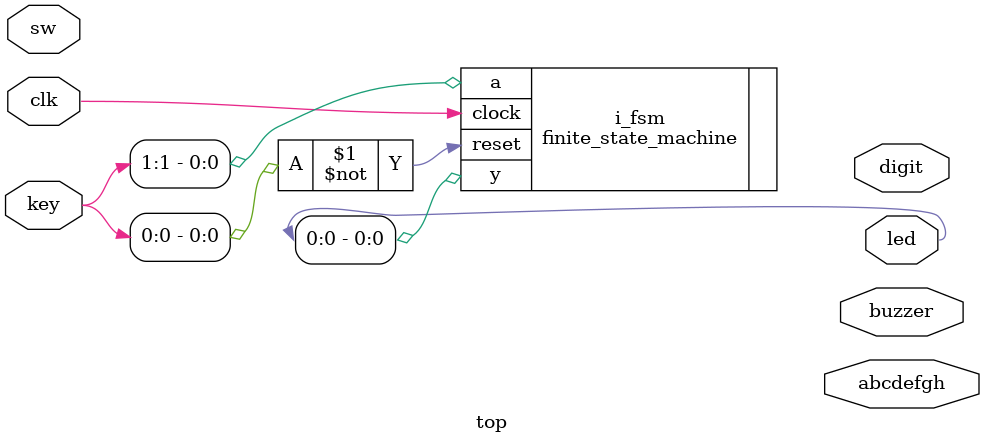
<source format=v>
module top
(
    input         clk,
    input  [ 3:0] key,
    input  [ 7:0] sw,
    output [11:0] led,
    output [ 7:0] abcdefgh,
    output [ 7:0] digit,
    output        buzzer
);

    finite_state_machine i_fsm
    (
        .clock (   clk     ),
        .reset ( ~ key [0] ),
        .a     (   key [1] ),
        .y     (   led [0] )
    );

endmodule

</source>
